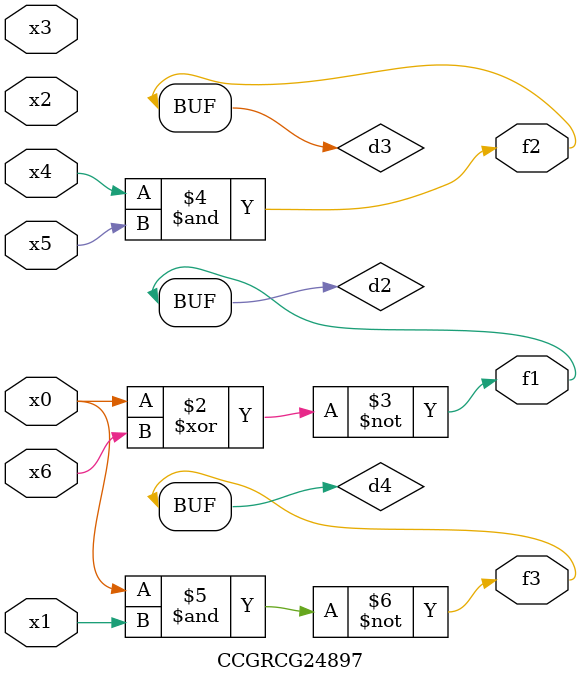
<source format=v>
module CCGRCG24897(
	input x0, x1, x2, x3, x4, x5, x6,
	output f1, f2, f3
);

	wire d1, d2, d3, d4;

	nor (d1, x0);
	xnor (d2, x0, x6);
	and (d3, x4, x5);
	nand (d4, x0, x1);
	assign f1 = d2;
	assign f2 = d3;
	assign f3 = d4;
endmodule

</source>
